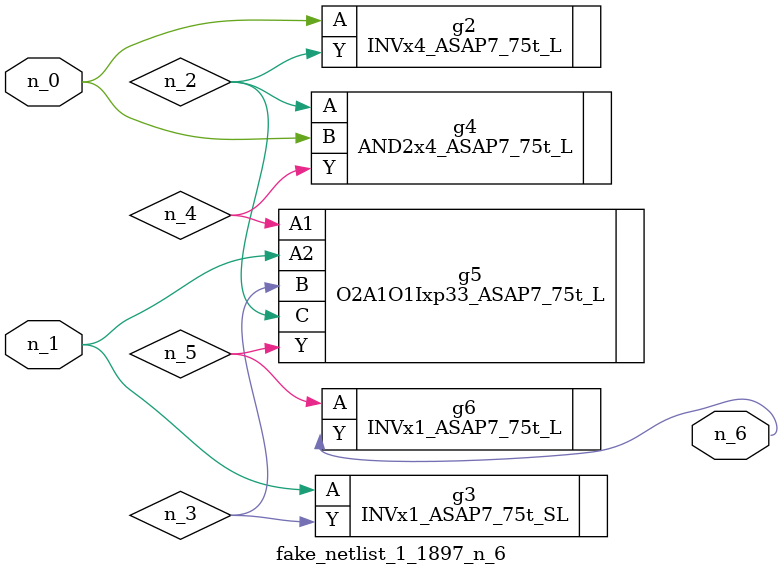
<source format=v>
module fake_netlist_1_1897_n_6 (n_1, n_0, n_6);
input n_1;
input n_0;
output n_6;
wire n_2;
wire n_4;
wire n_3;
wire n_5;
INVx4_ASAP7_75t_L g2 ( .A(n_0), .Y(n_2) );
INVx1_ASAP7_75t_SL g3 ( .A(n_1), .Y(n_3) );
AND2x4_ASAP7_75t_L g4 ( .A(n_2), .B(n_0), .Y(n_4) );
O2A1O1Ixp33_ASAP7_75t_L g5 ( .A1(n_4), .A2(n_1), .B(n_3), .C(n_2), .Y(n_5) );
INVx1_ASAP7_75t_L g6 ( .A(n_5), .Y(n_6) );
endmodule
</source>
